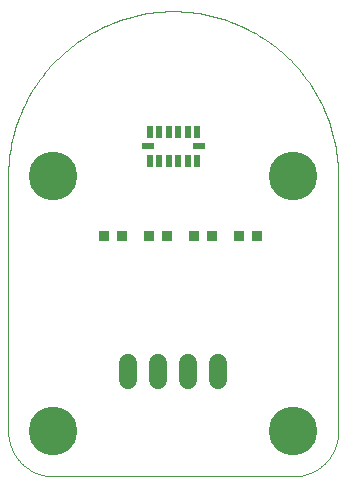
<source format=gts>
G75*
%MOIN*%
%OFA0B0*%
%FSLAX25Y25*%
%IPPOS*%
%LPD*%
%AMOC8*
5,1,8,0,0,1.08239X$1,22.5*
%
%ADD10C,0.05943*%
%ADD11C,0.00000*%
%ADD12C,0.16211*%
%ADD13R,0.02369X0.04337*%
%ADD14R,0.04337X0.02369*%
%ADD15R,0.03550X0.03550*%
D10*
X0046800Y0051234D02*
X0046800Y0056778D01*
X0056800Y0056778D02*
X0056800Y0051234D01*
X0066800Y0051234D02*
X0066800Y0056778D01*
X0076800Y0056778D02*
X0076800Y0051234D01*
D11*
X0101800Y0019006D02*
X0021800Y0019006D01*
X0021438Y0019010D01*
X0021075Y0019024D01*
X0020713Y0019045D01*
X0020352Y0019076D01*
X0019992Y0019115D01*
X0019633Y0019163D01*
X0019275Y0019220D01*
X0018918Y0019285D01*
X0018563Y0019359D01*
X0018210Y0019442D01*
X0017859Y0019533D01*
X0017511Y0019632D01*
X0017165Y0019740D01*
X0016821Y0019856D01*
X0016481Y0019981D01*
X0016144Y0020113D01*
X0015810Y0020254D01*
X0015479Y0020403D01*
X0015152Y0020560D01*
X0014829Y0020724D01*
X0014510Y0020896D01*
X0014196Y0021076D01*
X0013885Y0021264D01*
X0013580Y0021459D01*
X0013279Y0021661D01*
X0012983Y0021871D01*
X0012693Y0022087D01*
X0012407Y0022311D01*
X0012127Y0022541D01*
X0011853Y0022778D01*
X0011585Y0023022D01*
X0011322Y0023272D01*
X0011066Y0023528D01*
X0010816Y0023791D01*
X0010572Y0024059D01*
X0010335Y0024333D01*
X0010105Y0024613D01*
X0009881Y0024899D01*
X0009665Y0025189D01*
X0009455Y0025485D01*
X0009253Y0025786D01*
X0009058Y0026091D01*
X0008870Y0026402D01*
X0008690Y0026716D01*
X0008518Y0027035D01*
X0008354Y0027358D01*
X0008197Y0027685D01*
X0008048Y0028016D01*
X0007907Y0028350D01*
X0007775Y0028687D01*
X0007650Y0029027D01*
X0007534Y0029371D01*
X0007426Y0029717D01*
X0007327Y0030065D01*
X0007236Y0030416D01*
X0007153Y0030769D01*
X0007079Y0031124D01*
X0007014Y0031481D01*
X0006957Y0031839D01*
X0006909Y0032198D01*
X0006870Y0032558D01*
X0006839Y0032919D01*
X0006818Y0033281D01*
X0006804Y0033644D01*
X0006800Y0034006D01*
X0006800Y0119006D01*
X0006816Y0120345D01*
X0006865Y0121684D01*
X0006947Y0123021D01*
X0007061Y0124355D01*
X0007207Y0125687D01*
X0007386Y0127014D01*
X0007597Y0128337D01*
X0007841Y0129654D01*
X0008116Y0130965D01*
X0008423Y0132268D01*
X0008762Y0133564D01*
X0009132Y0134851D01*
X0009533Y0136129D01*
X0009966Y0137397D01*
X0010429Y0138654D01*
X0010923Y0139899D01*
X0011447Y0141132D01*
X0012000Y0142351D01*
X0012584Y0143557D01*
X0013196Y0144748D01*
X0013837Y0145924D01*
X0014507Y0147084D01*
X0015205Y0148227D01*
X0015930Y0149353D01*
X0016683Y0150461D01*
X0017462Y0151551D01*
X0018268Y0152621D01*
X0019099Y0153671D01*
X0019956Y0154700D01*
X0020838Y0155709D01*
X0021743Y0156695D01*
X0022673Y0157659D01*
X0023626Y0158601D01*
X0024601Y0159519D01*
X0025599Y0160412D01*
X0026618Y0161282D01*
X0027658Y0162126D01*
X0028718Y0162944D01*
X0029798Y0163737D01*
X0030896Y0164503D01*
X0032014Y0165242D01*
X0033148Y0165954D01*
X0034300Y0166637D01*
X0035468Y0167293D01*
X0036652Y0167920D01*
X0037850Y0168518D01*
X0039063Y0169086D01*
X0040289Y0169625D01*
X0041528Y0170134D01*
X0042779Y0170612D01*
X0044042Y0171060D01*
X0045314Y0171477D01*
X0046597Y0171863D01*
X0047889Y0172218D01*
X0049189Y0172541D01*
X0050496Y0172832D01*
X0051810Y0173091D01*
X0053130Y0173318D01*
X0054455Y0173513D01*
X0055785Y0173676D01*
X0057118Y0173806D01*
X0058453Y0173904D01*
X0059791Y0173969D01*
X0061130Y0174002D01*
X0062470Y0174002D01*
X0063809Y0173969D01*
X0065147Y0173904D01*
X0066482Y0173806D01*
X0067815Y0173676D01*
X0069145Y0173513D01*
X0070470Y0173318D01*
X0071790Y0173091D01*
X0073104Y0172832D01*
X0074411Y0172541D01*
X0075711Y0172218D01*
X0077003Y0171863D01*
X0078286Y0171477D01*
X0079558Y0171060D01*
X0080821Y0170612D01*
X0082072Y0170134D01*
X0083311Y0169625D01*
X0084537Y0169086D01*
X0085750Y0168518D01*
X0086948Y0167920D01*
X0088132Y0167293D01*
X0089300Y0166637D01*
X0090452Y0165954D01*
X0091586Y0165242D01*
X0092704Y0164503D01*
X0093802Y0163737D01*
X0094882Y0162944D01*
X0095942Y0162126D01*
X0096982Y0161282D01*
X0098001Y0160412D01*
X0098999Y0159519D01*
X0099974Y0158601D01*
X0100927Y0157659D01*
X0101857Y0156695D01*
X0102762Y0155709D01*
X0103644Y0154700D01*
X0104501Y0153671D01*
X0105332Y0152621D01*
X0106138Y0151551D01*
X0106917Y0150461D01*
X0107670Y0149353D01*
X0108395Y0148227D01*
X0109093Y0147084D01*
X0109763Y0145924D01*
X0110404Y0144748D01*
X0111016Y0143557D01*
X0111600Y0142351D01*
X0112153Y0141132D01*
X0112677Y0139899D01*
X0113171Y0138654D01*
X0113634Y0137397D01*
X0114067Y0136129D01*
X0114468Y0134851D01*
X0114838Y0133564D01*
X0115177Y0132268D01*
X0115484Y0130965D01*
X0115759Y0129654D01*
X0116003Y0128337D01*
X0116214Y0127014D01*
X0116393Y0125687D01*
X0116539Y0124355D01*
X0116653Y0123021D01*
X0116735Y0121684D01*
X0116784Y0120345D01*
X0116800Y0119006D01*
X0116800Y0034006D01*
X0116796Y0033644D01*
X0116782Y0033281D01*
X0116761Y0032919D01*
X0116730Y0032558D01*
X0116691Y0032198D01*
X0116643Y0031839D01*
X0116586Y0031481D01*
X0116521Y0031124D01*
X0116447Y0030769D01*
X0116364Y0030416D01*
X0116273Y0030065D01*
X0116174Y0029717D01*
X0116066Y0029371D01*
X0115950Y0029027D01*
X0115825Y0028687D01*
X0115693Y0028350D01*
X0115552Y0028016D01*
X0115403Y0027685D01*
X0115246Y0027358D01*
X0115082Y0027035D01*
X0114910Y0026716D01*
X0114730Y0026402D01*
X0114542Y0026091D01*
X0114347Y0025786D01*
X0114145Y0025485D01*
X0113935Y0025189D01*
X0113719Y0024899D01*
X0113495Y0024613D01*
X0113265Y0024333D01*
X0113028Y0024059D01*
X0112784Y0023791D01*
X0112534Y0023528D01*
X0112278Y0023272D01*
X0112015Y0023022D01*
X0111747Y0022778D01*
X0111473Y0022541D01*
X0111193Y0022311D01*
X0110907Y0022087D01*
X0110617Y0021871D01*
X0110321Y0021661D01*
X0110020Y0021459D01*
X0109715Y0021264D01*
X0109404Y0021076D01*
X0109090Y0020896D01*
X0108771Y0020724D01*
X0108448Y0020560D01*
X0108121Y0020403D01*
X0107790Y0020254D01*
X0107456Y0020113D01*
X0107119Y0019981D01*
X0106779Y0019856D01*
X0106435Y0019740D01*
X0106089Y0019632D01*
X0105741Y0019533D01*
X0105390Y0019442D01*
X0105037Y0019359D01*
X0104682Y0019285D01*
X0104325Y0019220D01*
X0103967Y0019163D01*
X0103608Y0019115D01*
X0103248Y0019076D01*
X0102887Y0019045D01*
X0102525Y0019024D01*
X0102162Y0019010D01*
X0101800Y0019006D01*
D12*
X0101800Y0034006D03*
X0101800Y0119006D03*
X0021800Y0119006D03*
X0021800Y0034006D03*
D13*
X0054044Y0124281D03*
X0057194Y0124281D03*
X0060343Y0124281D03*
X0063493Y0124281D03*
X0066643Y0124281D03*
X0069792Y0124281D03*
X0069792Y0133730D03*
X0066643Y0133730D03*
X0063493Y0133730D03*
X0060343Y0133730D03*
X0057194Y0133730D03*
X0054044Y0133730D03*
D14*
X0053335Y0129124D03*
X0070461Y0129124D03*
D15*
X0068847Y0099006D03*
X0074753Y0099006D03*
X0083847Y0099006D03*
X0089753Y0099006D03*
X0059753Y0099006D03*
X0053847Y0099006D03*
X0044753Y0099006D03*
X0038847Y0099006D03*
M02*

</source>
